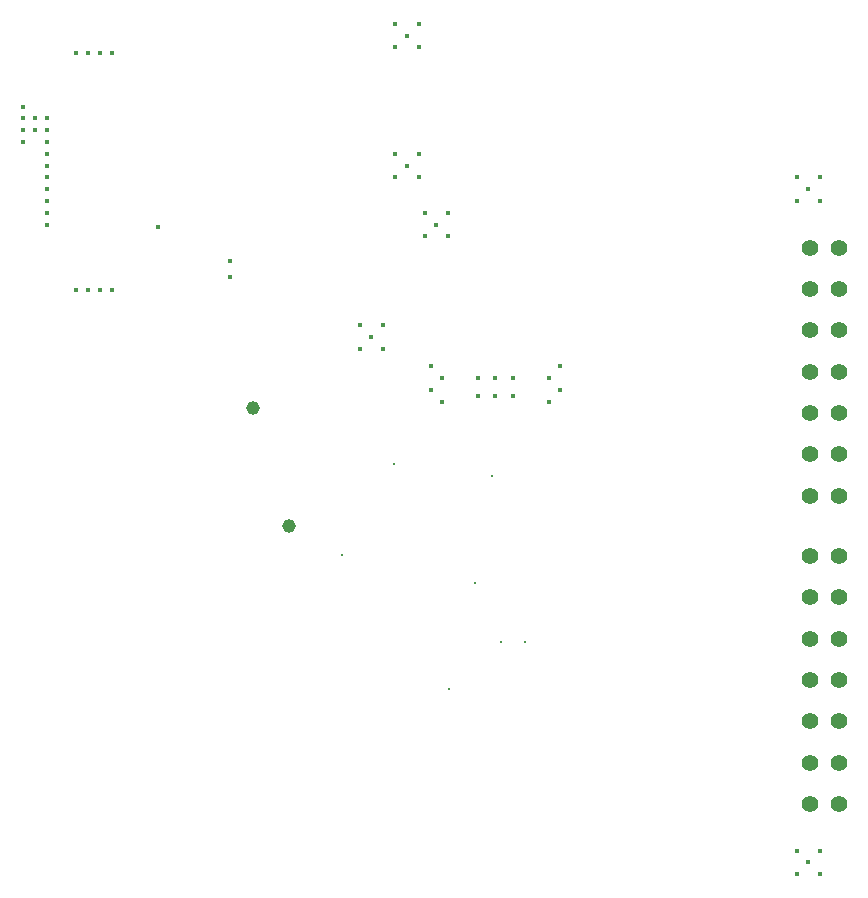
<source format=gbr>
%TF.GenerationSoftware,KiCad,Pcbnew,9.0.0*%
%TF.CreationDate,2025-03-07T13:23:28+03:00*%
%TF.ProjectId,PM_CNV-AI4_W,504d5f43-4e56-42d4-9149-345f572e6b69,rev?*%
%TF.SameCoordinates,Original*%
%TF.FileFunction,Plated,1,2,PTH,Drill*%
%TF.FilePolarity,Positive*%
%FSLAX46Y46*%
G04 Gerber Fmt 4.6, Leading zero omitted, Abs format (unit mm)*
G04 Created by KiCad (PCBNEW 9.0.0) date 2025-03-07 13:23:28*
%MOMM*%
%LPD*%
G01*
G04 APERTURE LIST*
%TA.AperFunction,ViaDrill*%
%ADD10C,0.300000*%
%TD*%
%TA.AperFunction,ViaDrill*%
%ADD11C,0.400000*%
%TD*%
%TA.AperFunction,ComponentDrill*%
%ADD12C,1.150000*%
%TD*%
%TA.AperFunction,ComponentDrill*%
%ADD13C,1.400000*%
%TD*%
G04 APERTURE END LIST*
D10*
X-10500000Y-2500000D03*
X-6050000Y5202487D03*
X-1400000Y-13800000D03*
X800000Y-4800000D03*
X2200000Y4200000D03*
X3000000Y-9800000D03*
X5000000Y-9800000D03*
D11*
X-37500000Y35500000D03*
X-37500000Y34500000D03*
X-37500000Y33500000D03*
X-37500000Y32500000D03*
X-36500000Y34500000D03*
X-36500000Y33499996D03*
X-35500000Y34500000D03*
X-35500000Y33499996D03*
X-35500000Y32499993D03*
X-35500000Y31499990D03*
X-35500000Y30500000D03*
X-35500000Y29500000D03*
X-35500000Y28500000D03*
X-35500000Y27500000D03*
X-35500000Y26500000D03*
X-35500000Y25500000D03*
X-33000000Y40000000D03*
X-33000000Y20000000D03*
X-32000000Y40000000D03*
X-32000000Y20000000D03*
X-31000000Y40000000D03*
X-31000000Y20000000D03*
X-30000000Y40000000D03*
X-30000000Y20000000D03*
X-26100000Y25300000D03*
X-20000000Y22400000D03*
X-20000000Y21100000D03*
X-9000000Y17000000D03*
X-9000000Y15000000D03*
X-8000000Y16000000D03*
X-7000000Y17000000D03*
X-7000000Y15000000D03*
X-6000000Y42500000D03*
X-6000000Y40500000D03*
X-6000000Y31500000D03*
X-6000000Y29500000D03*
X-5000000Y41500000D03*
X-5000000Y30500000D03*
X-4000000Y42500000D03*
X-4000000Y40500000D03*
X-4000000Y31500000D03*
X-4000000Y29500000D03*
X-3500000Y26500000D03*
X-3500000Y24500000D03*
X-3000000Y13500000D03*
X-3000000Y11500000D03*
X-2500000Y25500000D03*
X-2000000Y12500000D03*
X-2000000Y10500000D03*
X-1500000Y26500000D03*
X-1500000Y24500000D03*
X1000000Y12500000D03*
X1000000Y11000000D03*
X2500000Y12500000D03*
X2500000Y11000000D03*
X4000000Y12500000D03*
X4000000Y11000000D03*
X7000000Y12500000D03*
X7000000Y10500000D03*
X8000000Y13500000D03*
X8000000Y11500000D03*
X28000000Y29500000D03*
X28000000Y27500000D03*
X28000000Y-27500000D03*
X28000000Y-29500000D03*
X29000000Y28500000D03*
X29000000Y-28500000D03*
X30000000Y29500000D03*
X30000000Y27500000D03*
X30000000Y-27500000D03*
X30000000Y-29500000D03*
D12*
%TO.C,U2*%
X-18000000Y10000000D03*
%TO.C,U5*%
X-15000000Y0D03*
D13*
%TO.C,J6*%
X29090000Y23540000D03*
X29090000Y20040000D03*
X29090000Y16540000D03*
X29090000Y13040000D03*
X29090000Y9540000D03*
X29090000Y6040000D03*
X29090000Y2540000D03*
%TO.C,J7*%
X29090000Y-2540000D03*
X29090000Y-6040000D03*
X29090000Y-9540000D03*
X29090000Y-13040000D03*
X29090000Y-16540000D03*
X29090000Y-20040000D03*
X29090000Y-23540000D03*
%TO.C,J6*%
X31590000Y23540000D03*
X31590000Y20040000D03*
X31590000Y16540000D03*
X31590000Y13040000D03*
X31590000Y9540000D03*
X31590000Y6040000D03*
X31590000Y2540000D03*
%TO.C,J7*%
X31590000Y-2540000D03*
X31590000Y-6040000D03*
X31590000Y-9540000D03*
X31590000Y-13040000D03*
X31590000Y-16540000D03*
X31590000Y-20040000D03*
X31590000Y-23540000D03*
M02*

</source>
